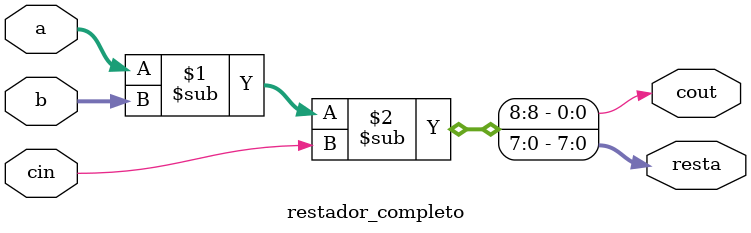
<source format=sv>
/* Restador completo parametrizable
*  Diseño de comportamiento
*  Basado en el sumador completo
*/

module restador_completo #(parameter N = 8) (input cin, 
													     input [N-1:0] a, b,
														  output cout,
														  output [N-1:0] resta);
	assign {cout, resta} = a - b - cin;
	
endmodule 
</source>
